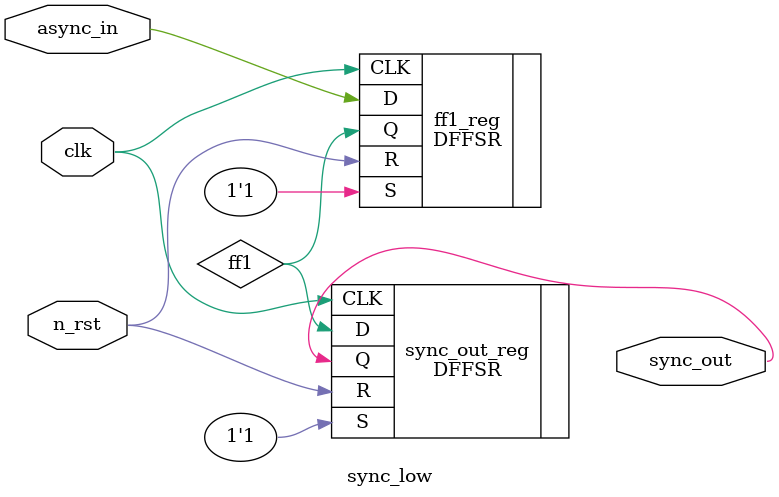
<source format=v>


module sync_low ( clk, n_rst, async_in, sync_out );
  input clk, n_rst, async_in;
  output sync_out;
  wire   ff1;

  DFFSR ff1_reg ( .D(async_in), .CLK(clk), .R(n_rst), .S(1'b1), .Q(ff1) );
  DFFSR sync_out_reg ( .D(ff1), .CLK(clk), .R(n_rst), .S(1'b1), .Q(sync_out)
         );
endmodule


</source>
